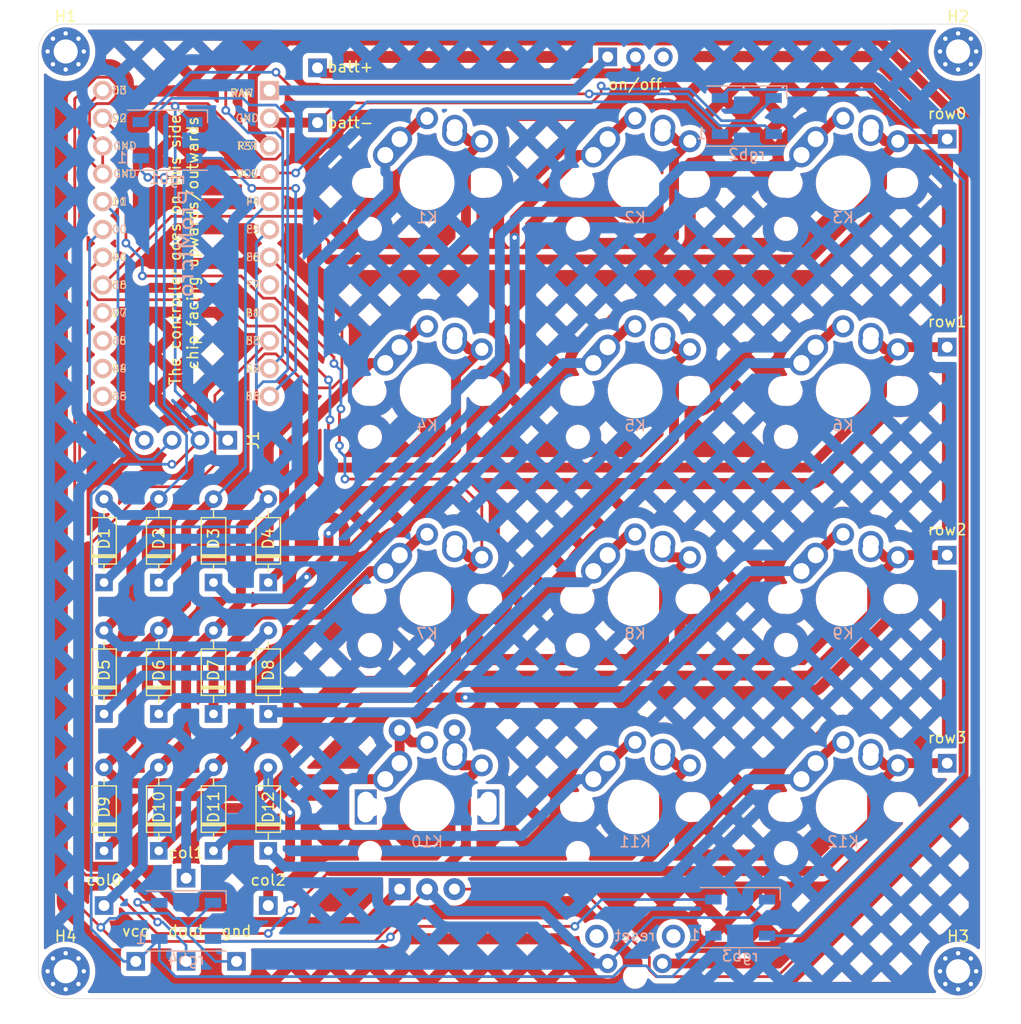
<source format=kicad_pcb>
(kicad_pcb (version 20211014) (generator pcbnew)
  (layers (0 "F.Cu" signal) (31 "B.Cu" signal) (34 "B.Paste" user) (35 "F.Paste" user) (36 "B.SilkS" user "B.Silkscreen") (37 "F.SilkS" user "F.Silkscreen") (38 "B.Mask" user) (39 "F.Mask" user) (44 "Edge.Cuts" user))
  (net 0 "")
  (net 1 "GND")
  (net 2 "Net-(SWbatt1-Pad2)")
  (net 3 "col0")
  (net 4 "col1")
  (net 5 "col2")
  (net 6 "Net-(D1-Pad1)")
  (net 7 "Net-(D2-Pad1)")
  (net 8 "Net-(D3-Pad1)")
  (net 9 "Net-(D4-Pad1)")
  (net 10 "Net-(D5-Pad1)")
  (net 11 "Net-(D6-Pad1)")
  (net 12 "Net-(D7-Pad1)")
  (net 13 "Net-(D8-Pad1)")
  (net 14 "Net-(D9-Pad1)")
  (net 15 "Net-(D10-Pad1)")
  (net 16 "Net-(D11-Pad1)")
  (net 17 "Net-(D12-Pad1)")
  (net 18 "encA")
  (net 19 "encB")
  (net 20 "row3")
  (net 21 "sda")
  (net 22 "scl")
  (net 23 "VCC")
  (net 24 "row0")
  (net 25 "row1")
  (net 26 "row2")
  (net 27 "rst")
  (net 30 "rgb")
  (net 35 "Net-(SWbatt1-Pad1)")
  (net 36 "Net-(rgb1-Pad2)")
  (net 37 "Net-(rgb2-Pad2)")
  (net 38 "Net-(rgb3-Pad2)")
  (net 39 "Net-(rgb4-Pad2)")
  (footprint "Connector_PinSocket_2.54mm:PinSocket_1x01_P2.54mm_Vertical" (layer "F.Cu") (at 149.5 35)
    (fp_text reference "batt-")
    (fp_text value "TestPoint")
  )
  (footprint "Connector_PinSocket_2.54mm:PinSocket_1x01_P2.54mm_Vertical" (layer "F.Cu") (at 149.5 30)
    (fp_text reference "batt+")
    (fp_text value "TestPoint")
  )
  (footprint "Connector_PinHeader_2.54mm:PinHeader_1x01_P2.54mm_Vertical" (layer "F.Cu") (at 130 106.5)
    (fp_text reference "col0")
    (fp_text value "Conn_01x01_Male")
  )
  (footprint "Connector_PinHeader_2.54mm:PinHeader_1x01_P2.54mm_Vertical" (layer "F.Cu") (at 137.5 104)
    (fp_text reference "col1")
    (fp_text value "Conn_01x01_Male")
  )
  (footprint "Connector_PinHeader_2.54mm:PinHeader_1x01_P2.54mm_Vertical" (layer "F.Cu") (at 145 106.5)
    (fp_text reference "col2")
    (fp_text value "Conn_01x01_Male")
  )
  (footprint "Diode_THT:D_DO-35_SOD27_P7.62mm_Horizontal" (layer "F.Cu") (at 130 77 90)
    (fp_text reference "D1")
    (fp_text value "1N4148")
  )
  (footprint "Diode_THT:D_DO-35_SOD27_P7.62mm_Horizontal" (layer "F.Cu") (at 140 77 90)
    (fp_text reference "D3")
    (fp_text value "1N4148")
  )
  (footprint "Diode_THT:D_DO-35_SOD27_P7.62mm_Horizontal" (layer "F.Cu") (at 130 89 90)
    (fp_text reference "D5")
    (fp_text value "1N4148")
  )
  (footprint "Diode_THT:D_DO-35_SOD27_P7.62mm_Horizontal" (layer "F.Cu") (at 135 89 90)
    (fp_text reference "D6")
    (fp_text value "1N4148")
  )
  (footprint "Diode_THT:D_DO-35_SOD27_P7.62mm_Horizontal" (layer "F.Cu") (at 140 89 90)
    (fp_text reference "D7")
    (fp_text value "1N4148")
  )
  (footprint "Diode_THT:D_DO-35_SOD27_P7.62mm_Horizontal" (layer "F.Cu") (at 145 89 90)
    (fp_text reference "D8")
    (fp_text value "1N4148")
  )
  (footprint "Diode_THT:D_DO-35_SOD27_P7.62mm_Horizontal" (layer "F.Cu") (at 130 101.5 90)
    (fp_text reference "D9")
    (fp_text value "1N4148")
  )
  (footprint "Diode_THT:D_DO-35_SOD27_P7.62mm_Horizontal" (layer "F.Cu") (at 135 101.5 90)
    (fp_text reference "D10")
    (fp_text value "1N4148")
  )
  (footprint "Diode_THT:D_DO-35_SOD27_P7.62mm_Horizontal" (layer "F.Cu") (at 145 101.5 90)
    (fp_text reference "D12")
    (fp_text value "1N4148")
  )
  (footprint "Keebio-Parts:RotaryEncoder_EC11" (layer "F.Cu") (at 159.5 97.5 90)
    (fp_text reference "enc1")
    (fp_text value "Rotary_Encoder_Switch")
  )
  (footprint "Keebio-Parts:MX-Alps-Choc-1U-NoLED" (layer "F.Cu") (at 159.5 40.5)
    (fp_text reference "K1")
    (fp_text value "KEYSW")
  )
  (footprint "Keebio-Parts:MX-Alps-Choc-1U-NoLED" (layer "F.Cu") (at 178.5 40.5)
    (fp_text reference "K2")
    (fp_text value "KEYSW")
  )
  (footprint "Keebio-Parts:MX-Alps-Choc-1U-NoLED" (layer "F.Cu") (at 197.5 40.5)
    (fp_text reference "K3")
    (fp_text value "KEYSW")
  )
  (footprint "Keebio-Parts:MX-Alps-Choc-1U-NoLED" (layer "F.Cu") (at 159.5 59.5)
    (fp_text reference "K4")
    (fp_text value "KEYSW")
  )
  (footprint "Keebio-Parts:MX-Alps-Choc-1U-NoLED" (layer "F.Cu") (at 178.5 59.5)
    (fp_text reference "K5")
    (fp_text value "KEYSW")
  )
  (footprint "Keebio-Parts:MX-Alps-Choc-1U-NoLED" (layer "F.Cu") (at 197.5 59.5)
    (fp_text reference "K6")
    (fp_text value "KEYSW")
  )
  (footprint "Keebio-Parts:MX-Alps-Choc-1U-NoLED" (layer "F.Cu") (at 159.5 78.5)
    (fp_text reference "K7")
    (fp_text value "KEYSW")
  )
  (footprint "Keebio-Parts:MX-Alps-Choc-1U-NoLED" (layer "F.Cu") (at 178.5 78.5)
    (fp_text reference "K8")
    (fp_text value "KEYSW")
  )
  (footprint "Keebio-Parts:MX-Alps-Choc-1U-NoLED" (layer "F.Cu") (at 197.5 78.5)
    (fp_text reference "K9")
    (fp_text value "KEYSW")
  )
  (footprint "Keebio-Parts:MX-Alps-Choc-1U-NoLED" (layer "F.Cu") (at 159.5 97.5)
    (fp_text reference "K10")
    (fp_text value "KEYSW")
  )
  (footprint "Keebio-Parts:MX-Alps-Choc-1U-NoLED" (layer "F.Cu") (at 178.5 97.5)
    (fp_text reference "K11")
    (fp_text value "KEYSW")
  )
  (footprint "Keebio-Parts:MX-Alps-Choc-1U-NoLED" (layer "F.Cu") (at 197.5 97.5)
    (fp_text reference "K12")
    (fp_text value "KEYSW")
  )
  (footprint "Connector_PinHeader_2.54mm:PinHeader_1x01_P2.54mm_Vertical" (layer "F.Cu") (at 207 36.5)
    (fp_text reference "row0")
    (fp_text value "Conn_01x01_Male")
  )
  (footprint "Connector_PinHeader_2.54mm:PinHeader_1x01_P2.54mm_Vertical" (layer "F.Cu") (at 207 55.5)
    (fp_text reference "row1")
    (fp_text value "Conn_01x01_Male")
  )
  (footprint "Connector_PinHeader_2.54mm:PinHeader_1x01_P2.54mm_Vertical" (layer "F.Cu") (at 207 74.5)
    (fp_text reference "row2")
    (fp_text value "Conn_01x01_Male")
  )
  (footprint "Connector_PinHeader_2.54mm:PinHeader_1x01_P2.54mm_Vertical" (layer "F.Cu") (at 207 93.5)
    (fp_text reference "row3")
    (fp_text value "Conn_01x01_Male")
  )
  (footprint "Connector_PinHeader_2.54mm:PinHeader_1x03_P2.54mm_Vertical" (layer "F.Cu") (at 176 29 90)
    (fp_text reference "on/off")
    (fp_text value "SW_DIP_x01")
  )
  (footprint "Keebio-Parts:SW_Tactile_SPST_Angled_MJTP1117" (layer "F.Cu") (at 181 111.79 180)
    (fp_text reference "reset")
    (fp_text value "SW_PUSH")
  )
  (footprint "Diode_THT:D_DO-35_SOD27_P7.62mm_Horizontal" (layer "F.Cu") (at 135 77 90)
    (fp_text reference "D2")
    (fp_text value "1N4148")
  )
  (footprint "Diode_THT:D_DO-35_SOD27_P7.62mm_Horizontal" (layer "F.Cu") (at 145 77 90)
    (fp_text reference "D4")
    (fp_text value "1N4148")
  )
  (footprint "Diode_THT:D_DO-35_SOD27_P7.62mm_Horizontal" (layer "F.Cu") (at 140 101.5 90)
    (fp_text reference "D11")
    (fp_text value "1N4148")
  )
  (footprint "MountingHole:MountingHole_2.2mm_M2_Pad_Via" (layer "F.Cu") (at 126.5 28.5)
    (fp_text reference "H1")
    (fp_text value "MountingHole")
  )
  (footprint "MountingHole:MountingHole_2.2mm_M2_Pad_Via" (layer "F.Cu") (at 208 28.5)
    (fp_text reference "H2")
    (fp_text value "MountingHole")
  )
  (footprint "MountingHole:MountingHole_2.2mm_M2_Pad_Via" (layer "F.Cu") (at 208 112.5)
    (fp_text reference "H3")
    (fp_text value "MountingHole")
  )
  (footprint "MountingHole:MountingHole_2.2mm_M2_Pad_Via" (layer "F.Cu") (at 126.5 112.5)
    (fp_text reference "H4")
    (fp_text value "MountingHole")
  )
  (footprint "Connector_PinSocket_2.54mm:PinSocket_1x01_P2.54mm_Vertical" (layer "F.Cu") (at 132.9 111.6)
    (fp_text reference "vcc")
    (fp_text value "TestPoint")
  )
  (footprint "Connector_PinSocket_2.54mm:PinSocket_1x01_P2.54mm_Vertical" (layer "F.Cu") (at 137.5 111.6)
    (fp_text reference "dout")
    (fp_text value "TestPoint")
  )
  (footprint "Connector_PinHeader_2.54mm:PinHeader_1x04_P2.54mm_Vertical" (layer "F.Cu") (at 141.3 64 -90)
    (fp_text reference "J1")
    (fp_text value "oled")
  )
  (footprint "Connector_PinSocket_2.54mm:PinSocket_1x01_P2.54mm_Vertical" (layer "F.Cu") (at 142.1 111.6)
    (fp_text reference "gnd")
    (fp_text value "TestPoint")
  )
  (footprint "canadian_footprints:Pro_Micro" (layer "B.Cu") (at 137.5 44.5 180)
    (fp_text reference "U1")
    (fp_text value "ProMicro")
  )
  (footprint "LED_SMD:LED_WS2812B_PLCC4_5.0x5.0mm_P3.2mm" (layer "B.Cu") (at 188.7 34.4)
    (fp_text reference "rgb2")
    (fp_text value "WS2812B")
  )
  (footprint "LED_SMD:LED_WS2812B_PLCC4_5.0x5.0mm_P3.2mm" (layer "B.Cu") (at 137.5 107.9)
    (fp_text reference "rgb4")
    (fp_text value "WS2812B")
  )
  (footprint "LED_SMD:LED_WS2812B_PLCC4_5.0x5.0mm_P3.2mm" (layer "B.Cu") (at 188.1 107.6)
    (fp_text reference "rgb3")
    (fp_text value "WS2812B")
  )
  (footprint "LED_SMD:LED_WS2812B_PLCC4_5.0x5.0mm_P3.2mm" (layer "B.Cu") (at 135.8 36.6)
    (fp_text reference "rgb1")
    (fp_text value "WS2812B")
  )
  (gr_line (start 126.5 115) (end 208 115) (layer "Edge.Cuts") (width 0.05))
  (gr_line (start 210.5 112.5) (end 210.5 28.5) (layer "Edge.Cuts") (width 0.05))
  (gr_line (start 208 26) (end 126.5 26) (layer "Edge.Cuts") (width 0.05))
  (gr_line (start 124 28.5) (end 124 112.5) (layer "Edge.Cuts") (width 0.05))
  (gr_arc (start 126.5 115) (mid 124.732233 114.267767) (end 124 112.5) (layer "Edge.Cuts") (width 0.05))
  (gr_arc (start 124 28.5) (mid 124.732233 26.732233) (end 126.5 26) (layer "Edge.Cuts") (width 0.05))
  (gr_arc (start 210.5 112.5) (mid 209.767767 114.267767) (end 208 115) (layer "Edge.Cuts") (width 0.05))
  (gr_arc (start 208 26) (mid 209.767767 26.732233) (end 210.5 28.5) (layer "Edge.Cuts") (width 0.05))
  (gr_text "The controller goes on this side, \nchip facing upwards/outwards" (at 137.3 46 90) (layer "F.SilkS") (effects (font (size 1 1))))
  (segment (start 129.707499 108.492501) (end 127.32498 106.109982) (width 0.25) (layer "F.Cu") (net 1))
  (segment (start 174.500805 33.2) (end 151.3 33.2) (width 0.25) (layer "F.Cu") (net 1))
  (segment (start 144.543375 38.335301) (end 145.696625 38.335301) (width 0.25) (layer "F.Cu") (net 1))
  (segment (start 128.678699 35.932699) (end 129.88 37.134) (width 0.25) (layer "F.Cu") (net 1))
  (segment (start 130.456625 30.852699) (end 131.081301 31.477375) (width 0.25) (layer "F.Cu") (net 1))
  (segment (start 145.502602 34.594) (end 145.12 34.594) (width 0.9) (layer "F.Cu") (net 1))
  (segment (start 131.081301 32.630625) (end 130.456625 33.255301) (width 0.25) (layer "F.Cu") (net 1))
  (segment (start 175.4 31.651) (end 175.4 32.300805) (width 0.25) (layer "F.Cu") (net 1))
  (segment (start 175.4 32.300805) (end 174.500805 33.2) (width 0.25) (layer "F.Cu") (net 1))
  (segment (start 129.303375 30.852699) (end 130.456625 30.852699) (width 0.25) (layer "F.Cu") (net 1))
  (segment (start 130.99 109.775002) (end 129.707499 108.492501) (width 0.25) (layer "F.Cu") (net 1))
  (segment (start 130.456625 33.255301) (end 129.315109 33.255301) (width 0.25) (layer "F.Cu") (net 1))
  (segment (start 159.5 105) (end 154.724998 109.775002) (width 0.25) (layer "F.Cu") (net 1))
  (segment (start 139.463375 33.255301) (end 144.543375 38.335301) (width 0.25) (layer "F.Cu") (net 1))
  (segment (start 136.744699 33.255301) (end 139.463375 33.255301) (width 0.25) (layer "F.Cu") (net 1))
  (segment (start 151.3 33.2) (end 149.5 35) (width 0.25) (layer "F.Cu") (net 1))
  (segment (start 129.315109 33.255301) (end 128.678699 33.891711) (width 0.25) (layer "F.Cu") (net 1))
  (segment (start 127.32498 106.109982) (end 127.32498 32.831094) (width 0.25) (layer "F.Cu") (net 1))
  (segment (start 131.081301 31.477375) (end 131.081301 32.630625) (width 0.25) (layer "F.Cu") (net 1))
  (segment (start 146.321301 35.795301) (end 145.12 34.594) (width 0.25) (layer "F.Cu") (net 1))
  (segment (start 127.32498 32.831094) (end 129.303375 30.852699) (width 0.25) (layer "F.Cu") (net 1))
  (segment (start 146.321301 37.710625) (end 146.321301 35.795301) (width 0.25) (layer "F.Cu") (net 1))
  (segment (start 145.696625 38.335301) (end 146.321301 37.710625) (width 0.25) (layer "F.Cu") (net 1))
  (segment (start 129.88 37.134) (end 129.88 39.674) (width 0.25) (layer "F.Cu") (net 1))
  (segment (start 145.526 35) (end 145.12 34.594) (width 0.9) (layer "F.Cu") (net 1))
  (segment (start 128.678699 33.891711) (end 128.678699 35.932699) (width 0.25) (layer "F.Cu") (net 1))
  (segment (start 136.744699 33.255301) (end 136.5 33.5) (width 0.25) (layer "F.Cu") (net 1))
  (segment (start 149.5 35) (end 145.526 35) (width 0.9) (layer "F.Cu") (net 1))
  (segment (start 128.224999 34.345411) (end 129.315109 33.255301) (width 0.25) (layer "F.Cu") (net 1))
  (segment (start 129.88 39.674) (end 128.224999 38.018999) (width 0.25) (layer "F.Cu") (net 1))
  (segment (start 154.724998 109.775002) (end 130.99 109.775002) (width 0.25) (layer "F.Cu") (net 1))
  (segment (start 128.224999 38.018999) (end 128.224999 34.345411) (width 0.25) (layer "F.Cu") (net 1))
  (segment (start 129.315109 33.255301) (end 136.744699 33.255301) (width 0.25) (layer "F.Cu") (net 1))
  (via (at 136.5 33.5) (size 0.8) (drill 0.4) (layers "F.Cu" "B.Cu") (net 1))
  (via (at 175.4 31.651) (size 0.8) (drill 0.4) (layers "F.Cu" "B.Cu") (net 1))
  (via (at 129.707499 108.492501) (size 0.8) (drill 0.4) (layers "F.Cu" "B.Cu") (net 1))
  (segment (start 180.19 107.6) (end 176 111.79) (width 0.25) (layer "B.Cu") (net 1))
  (segment (start 171.472564 108.472564) (end 170 107) (width 0.9) (layer "B.Cu") (net 1))
  (segment (start 141.3 64) (end 141 64) (width 0.25) (layer "B.Cu") (net 1))
  (segment (start 136.325 107.675) (end 135.85 107.2) (width 0.25) (layer "B.Cu") (net 1))
  (segment (start 137.707499 108.492501) (end 136.889998 107.675) (width 0.25) (layer "B.Cu") (net 1))
  (segment (start 140.15 111.6) (end 137.707499 109.157499) (width 0.25) (layer "B.Cu") (net 1))
  (segment (start 138.25 34.95) (end 137.95 34.95) (width 0.25) (layer "B.Cu") (net 1))
  (segment (start 136.889998 107.675) (end 136.325 107.675) (width 0.25) (layer "B.Cu") (net 1))
  (segment (start 190.55 105.95) (end 188.9 107.6) (width 0.25) (layer "B.Cu") (net 1))
  (segment (start 183.486896 31.9255) (end 175.6745 31.9255) (width 0.25) (layer "B.Cu") (net 1))
  (segment (start 171.472564 108.5) (end 171.472564 108.472564) (width 0.9) (layer "B.Cu") (net 1))
  (segment (start 188.9 107.6) (end 180.19 107.6) (width 0.25) (layer "B.Cu") (net 1))
  (segment (start 142.1 111.6) (end 140.15 111.6) (width 0.25) (layer "B.Cu") (net 1))
  (segment (start 186.386396 34.825) (end 183.486896 31.9255) (width 0.25) (layer "B.Cu") (net 1))
  (segment (start 131.175 107.675) (end 130.525 107.675) (width 0.25) (layer "B.Cu") (net 1))
  (segment (start 131.65 107.2) (end 131.175 107.675) (width 0.25) (layer "B.Cu") (net 1))
  (segment (start 174.762564 111.79) (end 171.472564 108.5) (width 0.9) (layer "B.Cu") (net 1))
  (segment (start 175.6745 31.9255) (end 175.4 31.651) (width 0.25) (layer "B.Cu") (net 1))
  (segment (start 135.85 107.2) (end 131.65 107.2) (width 0.25) (layer "B.Cu") (net 1))
  (segment (start 189.075 34.825) (end 189 34.825) (width 0.25) (layer "B.Cu") (net 1))
  (segment (start 137.707499 109.157499) (end 137.707499 108.492501) (width 0.25) (layer "B.Cu") (net 1))
  (segment (start 136.5 33.5) (end 136.5 59.5) (width 0.25) (layer "B.Cu") (net 1))
  (segment (start 137.95 34.95) (end 136.5 33.5) (width 0.25) (layer "B.Cu") (net 1))
  (segment (start 191.15 32.75) (end 189.075 34.825) (width 0.25) (layer "B.Cu") (net 1))
  (segment (start 170 107) (end 161.5 107) (width 0.9) (layer "B.Cu") (net 1))
  (segment (start 189 34.825) (end 186.386396 34.825) (width 0.25) (layer "B.Cu") (net 1))
  (segment (start 176 111.79) (end 174.762564 111.79) (width 0.9) (layer "B.Cu") (net 1))
  (segment (start 130.525 107.675) (end 129.707499 108.492501) (width 0.25) (layer "B.Cu") (net 1))
  (segment (start 139.95 106.25) (end 137.707499 108.492501) (width 0.25) (layer "B.Cu") (net 1))
  (segment (start 161.5 107) (end 159.5 105) (width 0.9) (layer "B.Cu") (net 1))
  (segment (start 141 64) (end 136.5 59.5) (width 0.25) (layer "B.Cu") (net 1))
  (segment (start 178.24208 30.500001) (end 150.000001 30.500001) (width 0.9) (layer "F.Cu") (net 2))
  (segment (start 150.000001 30.500001) (end 149.5 30) (width 0.9) (layer "F.Cu") (net 2))
  (segment (start 178.54 29) (end 178.54 30.202081) (width 0.9) (layer "F.Cu") (net 2))
  (segment (start 178.54 30.202081) (end 178.24208 30.500001) (width 0.9) (layer "F.Cu") (net 2))
  (segment (start 145.12 47.294) (end 151.725001 53.899001) (width 0.25) (layer "F.Cu") (net 3))
  (segment (start 143.918699 56.877375) (end 143.918699 68.298699) (width 0.25) (layer "F.Cu") (net 3))
  (segment (start 144.680773 56.115301) (end 143.918699 56.877375) (width 0.25) (layer "F.Cu") (net 3))
  (segment (start 150.848001 59.225001) (end 148.806325 59.225001) (width 0.25) (layer "F.Cu") (net 3))
  (segment (start 151.725001 58.348001) (end 150.848001 59.225001) (width 0.25) (layer "F.Cu") (net 3))
  (segment (start 142.5 71.88) (end 142.5 78.88) (width 0.9) (layer "F.Cu") (net 3))
  (segment (start 137.5 83.88) (end 137.5 91.38) (width 0.9) (layer "F.Cu") (net 3))
  (segment (start 142.5 78.88) (end 140 81.38) (width 0.9) (layer "F.Cu") (net 3))
  (segment (start 151.725001 53.899001) (end 151.725001 58.348001) (width 0.25) (layer "F.Cu") (net 3))
  (segment (start 137.5 91.38) (end 135 93.88) (width 0.9) (layer "F.Cu") (net 3))
  (segment (start 143.918699 68.298699) (end 145 69.38) (width 0.25) (layer "F.Cu") (net 3))
  (segment (start 148.806325 59.225001) (end 145.696625 56.115301) (width 0.25) (layer "F.Cu") (net 3))
  (segment (start 145 69.38) (end 142.5 71.88) (width 0.9) (layer "F.Cu") (net 3))
  (segment (start 145.696625 56.115301) (end 144.680773 56.115301) (width 0.25) (layer "F.Cu") (net 3))
  (segment (start 140 81.38) (end 137.5 83.88) (width 0.9) (layer "F.Cu") (net 3))
  (segment (start 133.549999 102.950001) (end 130 106.5) (width 0.9) (layer "B.Cu") (net 3))
  (segment (start 135 93.88) (end 133.549999 95.330001) (width 0.9) (layer "B.Cu") (net 3))
  (segment (start 131.450001 70.830001) (end 143.549999 70.830001) (width 0.9) (layer "B.Cu") (net 3))
  (segment (start 133.549999 95.330001) (end 133.549999 102.950001) (width 0.9) (layer "B.Cu") (net 3))
  (segment (start 143.549999 70.830001) (end 145 69.38) (width 0.9) (layer "B.Cu") (net 3))
  (segment (start 130 69.38) (end 131.450001 70.830001) (width 0.9) (layer "B.Cu") (net 3))
  (segment (start 135 69.38) (end 132.5 71.88) (width 0.9) (layer "F.Cu") (net 4))
  (segment (start 132.5 71.88) (end 132.5 78.88) (width 0.9) (layer "F.Cu") (net 4))
  (segment (start 145 81.38) (end 142.5 83.88) (width 0.9) (layer "F.Cu") (net 4))
  (segment (start 142.5 83.88) (end 142.5 91.38) (width 0.9) (layer "F.Cu") (net 4))
  (segment (start 142.5 91.38) (end 140 93.88) (width 0.9) (layer "F.Cu") (net 4))
  (segment (start 132.5 78.88) (end 130 81.38) (width 0.9) (layer "F.Cu") (net 4))
  (segment (start 136.151999 32.774999) (end 142.676323 32.774999) (width 0.25) (layer "B.Cu") (net 4))
  (segment (start 140 93.88) (end 137.5 96.38) (width 0.9) (layer "B.Cu") (net 4))
  (segment (start 143.918699 59.279977) (end 143.918699 45.955301) (width 0.25) (layer "B.Cu") (net 4))
  (segment (start 143.549999 82.830001) (end 145 81.38) (width 0.9) (layer "B.Cu") (net 4))
  (segment (start 143.918699 45.955301) (end 145.12 44.754) (width 0.25) (layer "B.Cu") (net 4))
  (segment (start 130 81.38) (end 131.450001 82.830001) (width 0.9) (layer "B.Cu") (net 4))
  (segment (start 134.774999 34.151999) (end 136.151999 32.774999) (width 0.25) (layer "B.Cu") (net 4))
  (segment (start 146.771311 57.580615) (end 145.696625 58.655301) (width 0.25) (layer "B.Cu") (net 4))
  (segment (start 146.771311 34.467385) (end 146.771311 57.580615) (width 0.25) (layer "B.Cu") (net 4))
  (segment (start 137.539999 66.840001) (end 137.539999 63.539999) (width 0.25) (layer "B.Cu") (net 4))
  (segment (start 134.774999 60.774999) (end 134.774999 34.151999) (width 0.25) (layer "B.Cu") (net 4))
  (segment (start 131.450001 82.830001) (end 143.549999 82.830001) (width 0.9) (layer "B.Cu") (net 4))
  (segment (start 135 69.38) (end 137.539999 66.840001) (width 0.25) (layer "B.Cu") (net 4))
  (segment (start 144.543375 58.655301) (end 143.918699 59.279977) (width 0.25) (layer "B.Cu") (net 4))
  (segment (start 137.539999 63.539999) (end 134.774999 60.774999) (width 0.25) (layer "B.Cu") (net 4))
  (segment (start 145.696625 33.392699) (end 146.771311 34.467385) (width 0.25) (layer "B.Cu") (net 4))
  (segment (start 143.294023 33.392699) (end 145.696625 33.392699) (width 0.25) (layer "B.Cu") (net 4))
  (segment (start 145.696625 58.655301) (end 144.543375 58.655301) (width 0.25) (layer "B.Cu") (net 4))
  (segment (start 137.5 96.38) (end 137.5 104) (width 0.9) (layer "B.Cu") (net 4))
  (segment (start 142.676323 32.774999) (end 143.294023 33.392699) (width 0.25) (layer "B.Cu") (net 4))
  (segment (start 130 93.88) (end 131.450001 95.330001) (width 0.9) (layer "F.Cu") (net 5))
  (segment (start 131.450001 95.330001) (end 143.549999 95.330001) (width 0.9) (layer "F.Cu") (net 5))
  (segment (start 143.549999 95.330001) (end 145 93.88) (width 0.9) (layer "F.Cu") (net 5))
  (segment (start 147 98) (end 147 102.270002) (width 0.9) (layer "F.Cu") (net 5))
  (segment (start 135 81.38) (end 132.5 83.88) (width 0.9) (layer "F.Cu") (net 5))
  (segment (start 137.5 71.88) (end 137.5 78.88) (width 0.9) (layer "F.Cu") (net 5))
  (segment (start 137.5 78.88) (end 135 81.38) (width 0.9) (layer "F.Cu") (net 5))
  (segment (start 140 69.38) (end 137.5 71.88) (width 0.9) (layer "F.Cu") (net 5))
  (segment (start 132.5 83.88) (end 132.5 91.38) (width 0.9) (layer "F.Cu") (net 5))
  (segment (start 145 104.270002) (end 145 106.5) (width 0.9) (layer "F.Cu") (net 5))
  (segment (start 132.5 91.38) (end 130 93.88) (width 0.9) (layer "F.Cu") (net 5))
  (segment (start 147 102.270002) (end 145 104.270002) (width 0.9) (layer "F.Cu") (net 5))
  (via (at 147 98) (size 0.8) (drill 0.4) (layers "F.Cu" "B.Cu") (net 5))
  (segment (start 142.917 44.417) (end 142.917 66.463) (width 0.25) (layer "B.Cu") (net 5))
  (segment (start 145 96) (end 147 98) (width 0.9) (layer "B.Cu") (net 5))
  (segment (start 142.917 66.463) (end 140 69.38) (width 0.25) (layer "B.Cu") (net 5))
  (segment (start 145 93.88) (end 145 96) (width 0.9) (layer "B.Cu") (net 5))
  (segment (start 145.12 42.214) (end 142.917 44.417) (width 0.25) (layer "B.Cu") (net 5))
  (segment (start 159.05 34.6) (end 155.69 37.96) (width 0.9) (layer "F.Cu") (net 6))
  (segment (start 159.5 34.6) (end 159.05 34.6) (width 0.9) (layer "F.Cu") (net 6))
  (segment (start 149.10001 48.076992) (end 149.10001 67.425992) (width 0.9) (layer "B.Cu") (net 6))
  (segment (start 155.945001 39.767999) (end 155.945001 41.232001) (width 0.9) (layer "B.Cu") (net 6))
  (segment (start 149.10001 67.425992) (end 143.526002 73) (width 0.9) (layer "B.Cu") (net 6))
  (segment (start 134 73) (end 130 77) (width 0.9) (layer "B.Cu") (net 6))
  (segment (start 155.69 39.512998) (end 155.945001 39.767999) (width 0.9) (layer "B.Cu") (net 6))
  (segment (start 155.945001 41.232001) (end 149.10001 48.076992) (width 0.9) (layer "B.Cu") (net 6))
  (segment (start 143.526002 73) (end 134 73) (width 0.9) (layer "B.Cu") (net 6))
  (segment (start 155.69 37.96) (end 155.69 39.512998) (width 0.9) (layer "B.Cu") (net 6))
  (segment (start 177.9 34.6) (end 176 36.5) (width 0.9) (layer "F.Cu") (net 7))
  (segment (start 167.5 43.779998) (end 167.5 45.5) (width 0.9) (layer "F.Cu") (net 7))
  (segment (start 178.5 34.6) (end 177.9 34.6) (width 0.9) (layer "F.Cu") (net 7))
  (segment (start 173.319998 37.96) (end 167.5 43.779998) (width 0.9) (layer "F.Cu") (net 7))
  (segment (start 174.69 37.96) (end 173.319998 37.96) (width 0.9) (layer "F.Cu") (net 7))
  (via (at 167.5 45.5) (size 0.8) (drill 0.4) (layers "F.Cu" "B.Cu") (net 7))
  (segment (start 167.5 59.220002) (end 152.619992 74.10001) (width 0.9) (layer "B.Cu") (net 7))
  (segment (start 137.89999 74.10001) (end 135 77) (width 0.9) (layer "B.Cu") (net 7))
  (segment (start 152.619992 74.10001) (end 137.89999 74.10001) (width 0.9) (layer "B.Cu") (net 7))
  (segment (start 167.5 45.5) (end 167.5 59.220002) (width 0.9) (layer "B.Cu") (net 7))
  (segment (start 197.5 34.6) (end 196.9 34.6) (width 0.9) (layer "F.Cu") (net 8))
  (segment (start 150.5 74.5) (end 148.5 76.5) (width 0.9) (layer "F.Cu") (net 8))
  (segment (start 196.9 34.6) (end 195 36.5) (width 0.9) (layer "F.Cu") (net 8))
  (segment (start 150.5 72.5) (end 150.5 74.5) (width 0.9) (layer "F.Cu") (net 8))
  (via (at 148.5 76.5) (size 0.8) (drill 0.4) (layers "F.Cu" "B.Cu") (net 8))
  (via (at 150.5 72.5) (size 0.8) (drill 0.4) (layers "F.Cu" "B.Cu") (net 8))
  (segment (start 141.450001 78.450001) (end 140 77) (width 0.9) (layer "B.Cu") (net 8))
  (segment (start 168.30045 43.143901) (end 166.150001 45.29435) (width 0.9) (layer "B.Cu") (net 8))
  (segment (start 192.675001 38.974999) (end 182.847999 38.974999) (width 0.9) (layer "B.Cu") (net 8))
  (segment (start 148.5 76.5) (end 146.549999 78.450001) (width 0.9) (layer "B.Cu") (net 8))
  (segment (start 182.847999 38.974999) (end 181.143901 40.679097) (width 0.9) (layer "B.Cu") (net 8))
  (segment (start 164.667003 57.974999) (end 163.847999 57.974999) (width 0.9) (layer "B.Cu") (net 8))
  (segment (start 179.769073 43.143901) (end 168.30045 43.143901) (width 0.9) (layer "B.Cu") (net 8))
  (segment (start 193.69 37.96) (end 192.675001 38.974999) (width 0.9) (layer "B.Cu") (net 8))
  (segment (start 181.143901 40.679097) (end 181.143901 41.769073) (width 0.9) (layer "B.Cu") (net 8))
  (segment (start 146.549999 78.450001) (end 141.450001 78.450001) (width 0.9) (layer "B.Cu") (net 8))
  (segment (start 163.847999 57.974999) (end 162.143901 59.679097) (width 0.9) (layer "B.Cu") (net 8))
  (segment (start 181.143901 41.769073) (end 179.769073 43.143901) (width 0.9) (layer "B.Cu") (net 8))
  (segment (start 166.150001 56.492001) (end 164.667003 57.974999) (width 0.9) (layer "B.Cu") (net 8))
  (segment (start 162.143901 60.856099) (end 150.5 72.5) (width 0.9) (layer "B.Cu") (net 8))
  (segment (start 162.143901 59.679097) (end 162.143901 60.856099) (width 0.9) (layer "B.Cu") (net 8))
  (segment (start 166.150001 45.29435) (end 166.150001 56.492001) (width 0.9) (layer "B.Cu") (net 8))
  (segment (start 155.69 56.96) (end 154.319998 56.96) (width 0.9) (layer "F.Cu") (net 9))
  (segment (start 146.450001 75.549999) (end 145 77) (width 0.9) (layer "F.Cu") (net 9))
  (segment (start 154.319998 56.96) (end 146.450001 64.829997) (width 0.9) (layer "F.Cu") (net 9))
  (segment (start 159.5 53.6) (end 158.9 53.6) (width 0.9) (layer "F.Cu") (net 9))
  (segment (start 146.450001 64.829997) (end 146.450001 75.549999) (width 0.9) (layer "F.Cu") (net 9))
  (segment (start 158.9 53.6) (end 157 55.5) (width 0.9) (layer "F.Cu") (net 9))
  (segment (start 177.9 53.6) (end 176 55.5) (width 0.9) (layer "F.Cu") (net 10))
  (segment (start 178.5 53.6) (end 177.9 53.6) (width 0.9) (layer "F.Cu") (net 10))
  (segment (start 143.372998 85.5) (end 133.5 85.5) (width 0.9) (layer "B.Cu") (net 10))
  (segment (start 174.69 56.96) (end 171.912998 56.96) (width 0.9) (layer "B.Cu") (net 10))
  (segment (start 171.912998 56.96) (end 143.372998 85.5) (width 0.9) (layer "B.Cu") (net 10))
  (segment (start 133.5 85.5) (end 130 89) (width 0.9) (layer "B.Cu") (net 10))
  (segment (start 197.5 53.6) (end 196.9 53.6) (width 0.9) (layer "F.Cu") (net 11))
  (segment (start 196.9 53.6) (end 195 55.5) (width 0.9) (layer "F.Cu") (net 11))
  (segment (start 188.760002 56.96) (end 158.170003 87.549999) (width 0.9) (layer "B.Cu") (net 11))
  (segment (start 193.69 56.96) (end 188.760002 56.96) (width 0.9) (layer "B.Cu") (net 11))
  (segment (start 136.450001 87.549999) (end 135 89) (width 0.9) (layer "B.Cu") (net 11))
  (segment (start 158.170003 87.549999) (end 136.450001 87.549999) (width 0.9) (layer "B.Cu") (net 11))
  (segment (start 144.303999 79.929999) (end 140 84.233998) (width 0.9) (layer "F.Cu") (net 12))
  (segment (start 154.319998 75.96) (end 150.349999 79.929999) (width 0.9) (layer "F.Cu") (net 12))
  (segment (start 150.349999 79.929999) (end 144.303999 79.929999) (width 0.9) (layer "F.Cu") (net 12))
  (segment (start 159.05 72.6) (end 155.69 75.96) (width 0.9) (layer "F.Cu") (net 12))
  (segment (start 140 84.233998) (end 140 89) (width 0.9) (layer "F.Cu") (net 12))
  (segment (start 159.5 72.6) (end 159.05 72.6) (width 0.9) (layer "F.Cu") (net 12))
  (segment (start 155.69 75.96) (end 154.319998 75.96) (width 0.9) (layer "F.Cu") (net 12))
  (segment (start 178.5 72.6) (end 177.9 72.6) (width 0.9) (layer "F.Cu") (net 13))
  (segment (start 177.9 72.6) (end 176 74.5) (width 0.9) (layer "F.Cu") (net 13))
  (segment (start 145.150001 88.849999) (end 145 89) (width 0.9) (layer "B.Cu") (net 13))
  (segment (start 158.425651 88.849999) (end 145.150001 88.849999) (width 0.9) (layer "B.Cu") (net 13))
  (segment (start 174.025001 76.974999) (end 170.300651 76.974999) (width 0.9) (layer "B.Cu") (net 13))
  (segment (start 174.69 75.96) (end 174.69 76.31) (width 0.9) (layer "B.Cu") (net 13))
  (segment (start 174.69 76.31) (end 174.025001 76.974999) (width 0.9) (layer "B.Cu") (net 13))
  (segment (start 170.300651 76.974999) (end 158.425651 88.849999) (width 0.9) (layer "B.Cu") (net 13))
  (segment (start 197.5 72.6) (end 196.9 72.6) (width 0.9) (layer "F.Cu") (net 14))
  (segment (start 135 96.5) (end 130 101.5) (width 0.9) (layer "F.Cu") (net 14))
  (segment (start 196.9 72.6) (end 195 74.5) (width 0.9) (layer "F.Cu") (net 14))
  (segment (start 163 87.5) (end 153.526002 87.5) (width 0.9) (layer "F.Cu") (net 14))
  (segment (start 144.526002 96.5) (end 135 96.5) (width 0.9) (layer "F.Cu") (net 14))
  (segment (start 153.526002 87.5) (end 144.526002 96.5) (width 0.9) (layer "F.Cu") (net 14))
  (via (at 163 87.5) (size 0.8) (drill 0.4) (layers "F.Cu" "B.Cu") (net 14))
  (segment (start 193.69 75.96) (end 188.760002 75.96) (width 0.9) (layer "B.Cu") (net 14))
  (segment (start 177.220002 87.5) (end 163 87.5) (width 0.9) (layer "B.Cu") (net 14))
  (segment (start 188.760002 75.96) (end 177.220002 87.5) (width 0.9) (layer "B.Cu") (net 14))
  (segment (start 155.69 94.96) (end 147.62165 94.96) (width 0.9) (layer "F.Cu") (net 15))
  (segment (start 144.981641 97.60001) (end 138.89999 97.60001) (width 0.9) (layer "F.Cu") (net 15))
  (segment (start 138.89999 97.60001) (end 135 101.5) (width 0.9) (layer "F.Cu") (net 15))
  (segment (start 158.1 91.6) (end 157 90.5) (width 0.9) (layer "F.Cu") (net 15))
  (segment (start 157 90.5) (end 157 93.65) (width 0.9) (layer "F.Cu") (net 15))
  (segment (start 147.62165 94.96) (end 144.981641 97.60001) (width 0.9) (layer "F.Cu") (net 15))
  (segment (start 157 93.65) (end 155.69 94.96) (width 0.9) (layer "F.Cu") (net 15))
  (segment (start 159.5 91.6) (end 158.1 91.6) (width 0.9) (layer "F.Cu") (net 15))
  (segment (start 178.05 91.6) (end 174.69 94.96) (width 0.9) (layer "F.Cu") (net 16))
  (segment (start 178.5 91.6) (end 178.05 91.6) (width 0.9) (layer "F.Cu") (net 16))
  (segment (start 141.450001 100.049999) (end 158.137025 100.049999) (width 0.9) (layer "B.Cu") (net 16))
  (segment (start 158.137025 100.049999) (end 158.230927 100.143901) (width 0.9) (layer "B.Cu") (net 16))
  (segment (start 140 101.5) (end 141.450001 100.049999) (width 0.9) (layer "B.Cu") (net 16))
  (segment (start 158.230927 100.143901) (end 168.136097 100.143901) (width 0.9) (layer "B.Cu") (net 16))
  (segment (start 168.136097 100.143901) (end 173.319998 94.96) (width 0.9) (layer "B.Cu") (net 16))
  (segment (start 173.319998 94.96) (end 174.69 94.96) (width 0.9) (layer "B.Cu") (net 16))
  (segment (start 197.5 91.6) (end 196.9 91.6) (width 0.9) (layer "F.Cu") (net 17))
  (segment (start 196.9 91.6) (end 195 93.5) (width 0.9) (layer "F.Cu") (net 17))
  (segment (start 193.69 94.96) (end 188.760002 94.96) (width 0.9) (layer "B.Cu") (net 17))
  (segment (start 188.760002 94.96) (end 180.770001 102.950001) (width 0.9) (layer "B.Cu") (net 17))
  (segment (start 146.450001 102.950001) (end 145 101.5) (width 0.9) (layer "B.Cu") (net 17))
  (segment (start 180.770001 102.950001) (end 146.450001 102.950001) (width 0.9) (layer "B.Cu") (net 17))
  (segment (start 136.370001 108.000001) (end 131.320001 102.950001) (width 0.9) (layer "F.Cu") (net 18))
  (segment (start 140.125 59.909) (end 140.125 66.230002) (width 0.25) (layer "F.Cu") (net 18))
  (segment (start 138.100003 68.254999) (end 133.978999 68.254999) (width 0.25) (layer "F.Cu") (net 18))
  (segment (start 153.999999 108.000001) (end 136.370001 108.000001) (width 0.9) (layer "F.Cu") (net 18))
  (segment (start 128.679999 102.950001) (end 128.549999 102.820001) (width 0.9) (layer "F.Cu") (net 18))
  (segment (start 133.978999 68.254999) (end 128.549999 73.683999) (width 0.25) (layer "F.Cu") (net 18))
  (segment (start 145.12 54.914) (end 140.125 59.909) (width 0.25) (layer "F.Cu") (net 18))
  (segment (start 157 105) (end 153.999999 108.000001) (width 0.9) (layer "F.Cu") (net 18))
  (segment (start 128.549999 102.820001) (end 128.549999 73.683999) (width 0.9) (layer "F.Cu") (net 18))
  (segment (start 131.320001 102.950001) (end 128.679999 102.950001) (width 0.9) (layer "F.Cu") (net 18))
  (segment (start 140.125 66.230002) (end 138.100003 68.254999) (width 0.25) (layer "F.Cu") (net 18))
  (segment (start 209.275011 95.19102) (end 209.275011 34.80898) (width 0.25) (layer "F.Cu") (net 19))
  (segment (start 141.11669 32.038679) (end 141.11669 33.88331) (width 0.25) (layer "F.Cu") (net 19))
  (segment (start 201.191017 26.724987) (end 146.430382 26.724987) (width 0.25) (layer "F.Cu") (net 19))
  (segment (start 191.47603 112.990001) (end 209.275011 95.19102) (width 0.25) (layer "F.Cu") (net 19))
  (segment (start 162 105) (end 173.586 105) (width 0.25) (layer "F.Cu") (net 19))
  (segment (start 146.430382 26.724987) (end 141.11669 32.038679) (width 0.25) (layer "F.Cu") (net 19))
  (segment (start 180.423999 112.990001) (end 191.47603 112.990001) (width 0.25) (layer "F.Cu") (net 19))
  (segment (start 173.586 105) (end 179.799999 111.213999) (width 0.25) (layer "F.Cu") (net 19))
  (segment (start 209.275011 34.80898) (end 201.191017 26.724987) (width 0.25) (layer "F.Cu") (net 19))
  (segment (start 179.799999 112.366001) (end 180.423999 112.990001) (width 0.25) (layer "F.Cu") (net 19))
  (segment (start 179.799999 111.213999) (end 179.799999 112.366001) (width 0.25) (layer "F.Cu") (net 19))
  (via (at 141.11669 33.88331) (size 0.8) (drill 0.4) (layers "F.Cu" "B.Cu") (net 19))
  (segment (start 141.11669 33.88331) (end 143.166079 35.932699) (width 0.25) (layer "B.Cu") (net 19))
  (segment (start 143.166079 35.932699) (end 145.696625 35.932699) (width 0.25) (layer "B.Cu") (net 19))
  (segment (start 146.321301 36.557375) (end 146.321301 56.252699) (width 0.25) (layer "B.Cu") (net 19))
  (segment (start 145.696625 35.932699) (end 146.321301 36.557375) (width 0.25) (layer "B.Cu") (net 19))
  (segment (start 146.321301 56.252699) (end 145.12 57.454) (width 0.25) (layer "B.Cu") (net 19))
  (segment (start 163.054999 101.144999) (end 160.849999 103.349999) (width 0.9) (layer "F.Cu") (net 20))
  (segment (start 164.5 93.7) (end 162.7 93.7) (width 0.9) (layer "F.Cu") (net 20))
  (segment (start 200.143901 96.056099) (end 200.143901 98.769073) (width 0.9) (layer "F.Cu") (net 20))
  (segment (start 127.774989 103.14102) (end 127.774989 34.159011) (width 0.25) (layer "F.Cu") (net 20))
  (segment (start 182.32 93.7) (end 181.04 92.42) (width 0.9) (layer "F.Cu") (net 20))
  (segment (start 163.054999 95.145001) (end 163.054999 101.144999) (width 0.9) (layer "F.Cu") (net 20))
  (segment (start 145 109.050001) (end 134.835003 109.050001) (width 0.25) (layer "F.Cu") (net 20))
  (segment (start 200.143901 98.769073) (end 195.562975 103.349999) (width 0.9) (layer "F.Cu") (net 20))
  (segment (start 202.5 93.7) (end 200.143901 96.056099) (width 0.9) (layer "F.Cu") (net 20))
  (segment (start 201.32 93.7) (end 200.04 92.42) (width 0.9) (layer "F.Cu") (net 20))
  (segment (start 128.35898 103.725011) (end 127.774989 103.14102) (width 0.25) (layer "F.Cu") (net 20))
  (segment (start 195.562975 103.349999) (end 178.650001 103.349999) (width 0.9) (layer "F.Cu") (net 20))
  (segment (start 162 90.5) (end 162 93) (width 0.9) (layer "F.Cu") (net 20))
  (segment (start 183.5 93.7) (end 181.143901 96.056099) (width 0.9) (layer "F.Cu") (net 20))
  (segment (start 181.143901 96.056099) (end 181.143901 100.856099) (width 0.9) (layer "F.Cu") (net 20))
  (segment (start 181.143901 100.856099) (end 178.650001 103.349999) (width 0.9) (layer "F.Cu") (net 20))
  (segment (start 162.7 93.7) (end 162 93) (width 0.9) (layer "F.Cu") (net 20))
  (segment (start 160.849999 103.349999) (end 150.650001 103.349999) (width 0.9) (layer "F.Cu") (net 20))
  (segment (start 164.5 93.7) (end 163.054999 95.145001) (width 0.9) (layer "F.Cu") (net 20))
  (segment (start 202.7 93.5) (end 202.5 93.7) (width 0.9) (layer "F.Cu") (net 20))
  (segment (start 127.774989 34.159011) (end 129.88 32.054) (width 0.25) (layer "F.Cu") (net 20))
  (segment (start 178.650001 103.349999) (end 160.849999 103.349999) (width 0.9) (layer "F.Cu") (net 20))
  (segment (start 129.510013 103.725011) (end 128.35898 103.725011) (width 0.25) (layer "F.Cu") (net 20))
  (segment (start 150.650001 103.349999) (end 150.600002 103.349999) (width 0.25) (layer "F.Cu") (net 20))
  (segment (start 207 93.5) (end 202.7 93.5) (width 0.9) (layer "F.Cu") (net 20))
  (segment (start 183.5 93.7) (end 182.32 93.7) (width 0.9) (layer "F.Cu") (net 20))
  (segment (start 202.5 93.7) (end 201.32 93.7) (width 0.9) (layer "F.Cu") (net 20))
  (segment (start 150.600002 103.349999) (end 147 106.950001) (width 0.25) (layer "F.Cu") (net 20))
  (segment (start 134.835003 109.050001) (end 129.510013 103.725011) (width 0.25) (layer "F.Cu") (net 20))
  (via (at 147 106.950001) (size 0.8) (drill 0.4) (layers "F.Cu" "B.Cu") (net 20))
  (via (at 145 109.050001) (size 0.8) (drill 0.4) (layers "F.Cu" "B.Cu") (net 20))
  (segment (start 145.5 108.450001) (end 145.5 108.550001) (width 0.25) (layer "B.Cu") (net 20))
  (segment (start 145.5 108.550001) (end 145 109.050001) (width 0.25) (layer "B.Cu") (net 20))
  (segment (start 147 106.950001) (end 145.5 108.450001) (width 0.25) (layer "B.Cu") (net 20))
  (segment (start 133.68 64) (end 131.274999 61.594999) (width 0.25) (layer "B.Cu") (net 21))
  (segment (start 131.274999 43.608999) (end 129.88 42.214) (width 0.25) (layer "B.Cu") (net 21))
  (segment (start 131.274999 61.594999) (end 131.274999 43.608999) (width 0.25) (layer "B.Cu") (net 21))
  (segment (start 133.25 65.75) (end 128.678699 61.178699) (width 0.25) (layer "B.Cu") (net 22))
  (segment (start 136.22 64) (end 134.47 65.75) (width 0.25) (layer "B.Cu") (net 22))
  (segment (start 134.47 65.75) (end 133.25 65.75) (width 0.25) (layer "B.Cu") (net 22))
  (segment (start 128.678699 45.955301) (end 129.88 44.754) (width 0.25) (layer "B.Cu") (net 22))
  (segment (start 128.678699 61.178699) (end 128.678699 45.955301) (width 0.25) (layer "B.Cu") (net 22))
  (segment (start 135.5 40) (end 144.794 40) (width 0.25) (layer "F.Cu") (net 23))
  (segment (start 147.5 39.6) (end 145.194 39.6) (width 0.25) (layer "F.Cu") (net 23))
  (segment (start 134 40) (end 135.5 40) (width 0.25) (layer "F.Cu") (net 23))
  (segment (start 144.794 40) (end 145.12 39.674) (width 0.25) (layer "F.Cu") (net 23))
  (segment (start 136.56 66.2) (end 138.76 64) (width 0.25) (layer "F.Cu") (net 23))
  (segment (start 145.194 39.6) (end 145.12 39.674) (width 0.25) (layer "F.Cu") (net 23))
  (segment (start 136.2 66.2) (end 136.56 66.2) (width 0.25) (layer "F.Cu") (net 23))
  (via (at 135.5 40) (size 0.8) (drill 0.4) (layers "F.Cu" "B.Cu") (net 23))
  (via (at 147.5 39.6) (size 0.8) (drill 0.4) (layers "F.Cu" "B.Cu") (net 23))
  (via (at 134 40) (size 0.8) (drill 0.4) (layers "F.Cu" "B.Cu") (net 23))
  (via (at 136.2 66.2) (size 0.8) (drill 0.4) (layers "F.Cu" "B.Cu") (net 23))
  (segment (start 154 33.1) (end 183.3 33.1) (width 0.25) (layer "B.Cu") (net 23))
  (segment (start 154 33.1) (end 147.5 39.6) (width 0.25) (layer "B.Cu") (net 23))
  (segment (start 131.789693 111.6) (end 128.825 108.635307) (width 0.25) (layer "B.Cu") (net 23))
  (segment (start 133.35 38.25) (end 133.35 39.35) (width 0.25) (layer "B.Cu") (net 23))
  (segment (start 128.825 68.964009) (end 131.589009 66.2) (width 0.25) (layer "B.Cu") (net 23))
  (segment (start 177.487057 112) (end 176.497057 112.99) (width 0.25) (layer "B.Cu") (net 23))
  (segment (start 135.5 60.74) (end 135.5 40) (width 0.25) (layer "B.Cu") (net 23))
  (segment (start 176.497057 112.99) (end 136.54 112.99) (width 0.25) (layer "B.Cu") (net 23))
  (segment (start 132.9 111.6) (end 133 111.6) (width 0.25) (layer "B.Cu") (net 23))
  (segment (start 138.76 64) (end 135.5 60.74) (width 0.25) (layer "B.Cu") (net 23))
  (segment (start 133 111.6) (end 135.05 109.55) (width 0.25) (layer "B.Cu") (net 23))
  (segment (start 135.05 111.5) (end 135.05 109.55) (width 0.25) (layer "B.Cu") (net 23))
  (segment (start 185.65 109.25) (end 181.91 112.99) (width 0.25) (layer "B.Cu") (net 23))
  (segment (start 133.35 39.35) (end 134 40) (width 0.25) (layer "B.Cu") (net 23))
  (segment (start 180.502943 112.99) (end 179.512943 112) (width 0.25) (layer "B.Cu") (net 23))
  (segment (start 132.9 111.6) (end 131.789693 111.6) (width 0.25) (layer "B.Cu") (net 23))
  (segment (start 186.25 36.05) (end 183.3 33.1) (width 0.25) (layer "B.Cu") (net 23))
  (segment (start 179.512943 112) (end 177.487057 112) (width 0.25) (layer "B.Cu") (net 23))
  (segment (start 128.825 108.635307) (end 128.825 68.964009) (width 0.25) (layer "B.Cu") (net 23))
  (segment (start 136.54 112.99) (end 135.05 111.5) (width 0.25) (layer "B.Cu") (net 23))
  (segment (start 181.91 112.99) (end 180.502943 112.99) (width 0.25) (layer "B.Cu") (net 23))
  (segment (start 131.589009 66.2) (end 136.2 66.2) (width 0.25) (layer "B.Cu") (net 23))
  (segment (start 183.5 36.7) (end 182.054999 38.145001) (width 0.9) (layer "F.Cu") (net 24))
  (segment (start 161.5 47.5) (end 150.5 47.5) (width 0.9) (layer "F.Cu") (net 24))
  (segment (start 148.236625 43.552699) (end 136.161301 43.552699) (width 0.25) (layer "F.Cu") (net 24))
  (segment (start 182.32 36.7) (end 181.04 35.42) (width 0.9) (layer "F.Cu") (net 24))
  (segment (start 202.5 36.7) (end 201.32 36.7) (width 0.9) (layer "F.Cu") (net 24))
  (segment (start 136.161301 43.552699) (end 129.88 49.834) (width 0.25) (layer "F.Cu") (net 24))
  (segment (start 183.5 36.7) (end 182.32 36.7) (width 0.9) (layer "F.Cu") (net 24))
  (segment (start 201.32 36.7) (end 200.04 35.42) (width 0.9) (layer "F.Cu") (net 24))
  (segment (start 163.054999 45.945001) (end 161.5 47.5) (width 0.9) (layer "F.Cu") (net 24))
  (segment (start 201.054999 38.145001) (end 201.054999 40.857975) (width 0.9) (layer "F.Cu") (net 24))
  (segment (start 207 36.5) (end 202.7 36.5) (width 0.9) (layer "F.Cu") (net 24))
  (segment (start 164.5 36.7) (end 163.32 36.7) (width 0.9) (layer "F.Cu") (net 24))
  (segment (start 180 47.5) (end 161.5 47.5) (width 0.9) (layer "F.Cu") (net 24))
  (segment (start 201.054999 40.857975) (end 194.412974 47.5) (width 0.9) (layer "F.Cu") (net 24))
  (segment (start 163.054999 38.145001) (end 163.054999 45.945001) (width 0.9) (layer "F.Cu") (net 24))
  (segment (start 163.32 36.7) (end 162.04 35.42) (width 0.9) (layer "F.Cu") (net 24))
  (segment (start 150.5 45.816074) (end 148.236625 43.552699) (width 0.25) (layer "F.Cu") (net 24))
  (segment (start 202.7 36.5) (end 202.5 36.7) (width 0.9) (layer "F.Cu") (net 24))
  (segment (start 194.412974 47.5) (end 180 47.5) (width 0.9) (layer "F.Cu") (net 24))
  (segment (start 182.054999 38.145001) (end 182.054999 45.445001) (width 0.9) (layer "F.Cu") (net 24))
  (segment (start 202.5 36.7) (end 201.054999 38.145001) (width 0.9) (layer "F.Cu") (net 24))
  (segment (start 182.054999 45.445001) (end 180 47.5) (width 0.9) (layer "F.Cu") (net 24))
  (segment (start 164.5 36.7) (end 163.054999 38.145001) (width 0.9) (layer "F.Cu") (net 24))
  (segment (start 150.5 47.5) (end 150.5 45.816074) (width 0.25) (layer "F.Cu") (net 24))
  (segment (start 164.5 55.7) (end 163.32 55.7) (width 0.9) (layer "F.Cu") (net 25))
  (segment (start 150.5 66.5) (end 150.5 62.264924) (width 0.25) (layer "F.Cu") (net 25))
  (segment (start 162.143901 64.856099) (end 160.5 66.5) (width 0.9) (layer "F.Cu") (net 25))
  (segment (start 129.440773 51.172699) (end 128.678699 50.410625) (width 0.25) (layer "F.Cu") (net 25))
  (segment (start 202.5 55.7) (end 201.054999 57.145001) (width 0.9) (layer "F.Cu") (net 25))
  (segment (start 182.054999 63.945001) (end 179.5 66.5) (width 0.9) (layer "F.Cu") (net 25))
  (segment (start 179.5 66.5) (end 160.5 66.5) (width 0.9) (layer "F.Cu") (net 25))
  (segment (start 140.722699 51.172699) (end 129.440773 51.172699) (width 0.25) (layer "F.Cu") (net 25))
  (segment (start 143.125301 53.575301) (end 140.722699 51.172699) (width 0.25) (layer "F.Cu") (net 25))
  (segment (start 183.5 55.7) (end 182.32 55.7) (width 0.9) (layer "F.Cu") (net 25))
  (segment (start 201.054999 59.857975) (end 194.412974 66.5) (width 0.9) (layer "F.Cu") (net 25))
  (segment (start 201.32 55.7) (end 200.04 54.42) (width 0.9) (layer "F.Cu") (net 25))
  (segment (start 160.5 66.5) (end 150.5 66.5) (width 0.9) (layer "F.Cu") (net 25))
  (segment (start 207 55.5) (end 202.7 55.5) (width 0.9) (layer "F.Cu") (net 25))
  (segment (start 183.5 55.7) (end 182.054999 57.145001) (width 0.9) (layer "F.Cu") (net 25))
  (segment (start 150.5 58.5) (end 145.575301 53.575301) (width 0.25) (layer "F.Cu") (net 25))
  (segment (start 182.32 55.7) (end 181.04 54.42) (width 0.9) (layer "F.Cu") (net 25))
  (segment (start 201.054999 57.145001) (end 201.054999 59.857975) (width 0.9) (layer "F.Cu") (net 25))
  (segment (start 128.678699 48.495301) (end 129.88 47.294) (width 0.25) (layer "F.Cu") (net 25))
  (segment (start 128.678699 50.410625) (end 128.678699 48.495301) (width 0.25) (layer "F.Cu") (net 25))
  (segment (start 145.575301 53.575301) (end 143.125301 53.575301) (width 0.25) (layer "F.Cu") (net 25))
  (segment (start 202.5 55.7) (end 201.32 55.7) (width 0.9) (layer "F.Cu") (net 25))
  (segment (start 194.412974 66.5) (end 179.5 66.5) (width 0.9) (layer "F.Cu") (net 25))
  (segment (start 182.054999 57.145001) (end 182.054999 63.945001) (width 0.9) (layer "F.Cu") (net 25))
  (segment (start 150.5 62.264924) (end 150.632462 62.132462) (width 0.25) (layer "F.Cu") (net 25))
  (segment (start 202.7 55.5) (end 202.5 55.7) (width 0.9) (layer "F.Cu") (net 25))
  (segment (start 163.32 55.7) (end 162.04 54.42) (width 0.9) (layer "F.Cu") (net 25))
  (segment (start 164.5 55.7) (end 162.143901 58.056099) (width 0.9) (layer "F.Cu") (net 25))
  (segment (start 162.143901 58.056099) (end 162.143901 64.856099) (width 0.9) (layer "F.Cu") (net 25))
  (via (at 150.632462 62.132462) (size 0.8) (drill 0.4) (layers "F.Cu" "B.Cu") (net 25))
  (via (at 150.5 58.5) (size 0.8) (drill 0.4) (layers "F.Cu" "B.Cu") (net 25))
  (segment (start 150.632462 62.132462) (end 150.632462 58.632462) (width 0.25) (layer "B.Cu") (net 25))
  (segment (start 150.632462 58.632462) (end 150.5 58.5) (width 0.25) (layer "B.Cu") (net 25))
  (segment (start 145.600986 51.035301) (end 144.543375 51.035301) (width 0.25) (layer "F.Cu") (net 26))
  (segment (start 181.143901 82.856099) (end 178.5 85.5) (width 0.9) (layer "F.Cu") (net 26))
  (segment (start 200.143901 77.056099) (end 200.143901 79.769073) (width 0.9) (layer "F.Cu") (net 26))
  (segment (start 132 36.714) (end 129.88 34.594) (width 0.25) (layer "F.Cu") (net 26))
  (segment (start 207 74.5) (end 202.7 74.5) (width 0.9) (layer "F.Cu") (net 26))
  (segment (start 194.412974 85.5) (end 178.5 85.5) (width 0.9) (layer "F.Cu") (net 26))
  (segment (start 164.5 74.7) (end 162.143901 77.056099) (width 0.9) (layer "F.Cu") (net 26))
  (segment (start 162.143901 83.856099) (end 160.5 85.5) (width 0.9) (layer "F.Cu") (net 26))
  (segment (start 151 57) (end 151 56.434315) (width 0.25) (layer "F.Cu") (net 26))
  (segment (start 162.05 67.55) (end 152 67.55) (width 0.25) (layer "F.Cu") (net 26))
  (segment (start 151.5 61.264924) (end 151.632462 61.132462) (width 0.25) (layer "F.Cu") (net 26))
  (segment (start 144.543375 51.035301) (end 142.508074 49) (width 0.25) (layer "F.Cu") (net 26))
  (segment (start 151 56.434315) (end 145.600986 51.035301) (width 0.25) (layer "F.Cu") (net 26))
  (segment (start 183.5 74.7) (end 181.143901 77.056099) (width 0.9) (layer "F.Cu") (net 26))
  (segment (start 201.32 74.7) (end 200.04 73.42) (width 0.9) (layer "F.Cu") (net 26))
  (segment (start 181.143901 77.056099) (end 181.143901 82.856099) (width 0.9) (layer "F.Cu") (net 26))
  (segment (start 178.5 85.5) (end 160.5 85.5) (width 0.9) (layer "F.Cu") (net 26))
  (segment (start 162.143901 77.056099) (end 162.143901 83.856099) (width 0.9) (layer "F.Cu") (net 26))
  (segment (start 202.5 74.7) (end 200.143901 77.056099) (width 0.9) (layer "F.Cu") (net 26))
  (segment (start 183.5 74.7) (end 181.7 74.7) (width 0.9) (layer "F.Cu") (net 26))
  (segment (start 132 46) (end 132 36.714) (width 0.25) (layer "F.Cu") (net 26))
  (segment (start 164.5 74.7) (end 163.32 74.7) (width 0.9) (layer "F.Cu") (net 26))
  (segment (start 202.5 74.7) (end 201.32 74.7) (width 0.9) (layer "F.Cu") (net 26))
  (segment (start 164.5 74.7) (end 164.5 70) (width 0.25) (layer "F.Cu") (net 26))
  (segment (start 164.5 70) (end 162.05 67.55) (width 0.25) (layer "F.Cu") (net 26))
  (segment (start 202.7 74.5) (end 202.5 74.7) (width 0.9) (layer "F.Cu") (net 26))
  (segment (start 151.5 64.5) (end 151.5 61.264924) (width 0.25) (layer "F.Cu") (net 26))
  (segment (start 181.7 74.7) (end 181 74) (width 0.9) (layer "F.Cu") (net 26))
  (segment (start 142.508074 49) (end 133.5 49) (width 0.25) (layer "F.Cu") (net 26))
  (segment (start 200.143901 79.769073) (end 194.412974 85.5) (width 0.9) (layer "F.Cu") (net 26))
  (segment (start 163.32 74.7) (end 162.04 73.42) (width 0.9) (layer "F.Cu") (net 26))
  (via (at 151 57) (size 0.8) (drill 0.4) (layers "F.Cu" "B.Cu") (net 26))
  (via (at 151.632462 61.132462) (size 0.8) (drill 0.4) (layers "F.Cu" "B.Cu") (net 26))
  (via (at 151.5 64.5) (size 0.8) (drill 0.4) (layers "F.Cu" "B.Cu") (net 26))
  (via (at 152 67.55) (size 0.8) (drill 0.4) (layers "F.Cu" "B.Cu") (net 26))
  (via (at 133.5 49) (size 0.8) (drill 0.4) (layers "F.Cu" "B.Cu") (net 26))
  (via (at 132 46) (size 0.8) (drill 0.4) (layers "F.Cu" "B.Cu") (net 26))
  (segment (start 151.632462 57.632462) (end 151 57) (width 0.25) (layer "B.Cu") (net 26))
  (segment (start 151.5 65) (end 151.5 64.5) (width 0.25) (layer "B.Cu") (net 26))
  (segment (start 151.632462 61.132462) (end 151.632462 57.632462) (width 0.25) (layer "B.Cu") (net 26))
  (segment (start 152 67.55) (end 152 65.5) (width 0.25) (layer "B.Cu") (net 26))
  (segment (start 152 65.5) (end 151.5 65) (width 0.25) (layer "B.Cu") (net 26))
  (segment (start 133.5 49) (end 133.5 47.5) (width 0.25) (layer "B.Cu") (net 26))
  (segment (start 133.5 47.5) (end 132 46) (width 0.25) (layer "B.Cu") (net 26))
  (segment (start 143.593699 30.657699) (end 143.593699 35.607699) (width 0.9) (layer "F.Cu") (net 27))
  (segment (start 146.751401 27.499997) (end 143.593699 30.657699) (width 0.9) (layer "F.Cu") (net 27))
  (segment (start 208.500001 94.870001) (end 208.500001 35.129999) (width 0.9) (layer "F.Cu") (net 27))
  (segment (start 181 111.79) (end 191.580002 111.79) (width 0.9) (layer "F.Cu") (net 27))
  (segment (start 200.869998 27.499997) (end 146.751401 27.499997) (width 0.9) (layer "F.Cu") (net 27))
  (segment (start 191.580002 111.79) (end 208.500001 94.870001) (width 0.9) (layer "F.Cu") (net 27))
  (segment (start 143.593699 35.607699) (end 145.12 37.134) (width 0.9) (layer "F.Cu") (net 27))
  (segment (start 208.500001 35.129999) (end 200.869998 27.499997) (width 0.9) (layer "F.Cu") (net 27))
  (segment (start 143.5 41) (end 147.5 41) (width 0.25) (layer "F.Cu") (net 30))
  (via (at 143.5 41) (size 0.8) (drill 0.4) (layers "F.Cu" "B.Cu") (net 30))
  (via (at 147.5 41) (size 0.8) (drill 0.4) (layers "F.Cu" "B.Cu") (net 30))
  (segment (start 140.75 38.25) (end 143.5 41) (width 0.25) (layer "B.Cu") (net 30))
  (segment (start 147.5 41) (end 147.5 57.614) (width 0.25) (layer "B.Cu") (net 30))
  (segment (start 147.5 57.614) (end 145.12 59.994) (width 0.25) (layer "B.Cu") (net 30))
  (segment (start 138.25 38.25) (end 140.75 38.25) (width 0.25) (layer "B.Cu") (net 30))
  (segment (start 172.946 32.054) (end 145.12 32.054) (width 0.9) (layer "B.Cu") (net 35))
  (segment (start 176 29) (end 172.946 32.054) (width 0.9) (layer "B.Cu") (net 35))
  (segment (start 147.6755 32.3755) (end 145.7 30.4) (width 0.25) (layer "F.Cu") (net 36))
  (segment (start 174.3 32.3755) (end 147.6755 32.3755) (width 0.25) (layer "F.Cu") (net 36))
  (via (at 145.7 30.4) (size 0.8) (drill 0.4) (layers "F.Cu" "B.Cu") (net 36))
  (via (at 174.3 32.3755) (size 0.8) (drill 0.4) (layers "F.Cu" "B.Cu") (net 36))
  (segment (start 190.375 35.275) (end 186.2 35.275) (width 0.25) (layer "B.Cu") (net 36))
  (segment (start 145.7 30.4) (end 137.890602 30.4) (width 0.25) (layer "B.Cu") (net 36))
  (segment (start 191.15 36.05) (end 190.375 35.275) (width 0.25) (layer "B.Cu") (net 36))
  (segment (start 133.35 34.940602) (end 133.35 34.95) (width 0.25) (layer "B.Cu") (net 36))
  (segment (start 183.3005 32.3755) (end 174.3 32.3755) (width 0.25) (layer "B.Cu") (net 36))
  (segment (start 186.2 35.275) (end 183.3005 32.3755) (width 0.25) (layer "B.Cu") (net 36))
  (segment (start 137.890602 30.4) (end 133.35 34.940602) (width 0.25) (layer "B.Cu") (net 36))
  (segment (start 208.5 40.35) (end 208.5 94.35) (width 0.25) (layer "B.Cu") (net 37))
  (segment (start 208.5 94.35) (end 193.6 109.25) (width 0.25) (layer "B.Cu") (net 37))
  (segment (start 193.6 109.25) (end 190.55 109.25) (width 0.25) (layer "B.Cu") (net 37))
  (segment (start 187.025 31.975) (end 200.125 31.975) (width 0.25) (layer "B.Cu") (net 37))
  (segment (start 186.25 32.75) (end 187.025 31.975) (width 0.25) (layer "B.Cu") (net 37))
  (segment (start 200.125 31.975) (end 208.5 40.35) (width 0.25) (layer "B.Cu") (net 37))
  (segment (start 157.124598 108.4) (end 156.162299 109.362299) (width 0.25) (layer "F.Cu") (net 38))
  (segment (start 173 108.4) (end 157.124598 108.4) (width 0.25) (layer "F.Cu") (net 38))
  (via (at 156.162299 109.362299) (size 0.8) (drill 0.4) (layers "F.Cu" "B.Cu") (net 38))
  (via (at 173 108.4) (size 0.8) (drill 0.4) (layers "F.Cu" "B.Cu") (net 38))
  (segment (start 156.162299 109.362299) (end 155.749597 109.775001) (width 0.25) (layer "B.Cu") (net 38))
  (segment (start 175.45 105.95) (end 173 108.4) (width 0.25) (layer "B.Cu") (net 38))
  (segment (start 140.175001 109.775001) (end 139.95 109.55) (width 0.25) (layer "B.Cu") (net 38))
  (segment (start 155.749597 109.775001) (end 140.175001 109.775001) (width 0.25) (layer "B.Cu") (net 38))
  (segment (start 185.65 105.95) (end 175.45 105.95) (width 0.25) (layer "B.Cu") (net 38))
  (segment (start 134.876165 108.007109) (end 133.070242 106.201186) (width 0.25) (layer "F.Cu") (net 39))
  (segment (start 134.892891 108.007109) (end 134.876165 108.007109) (width 0.25) (layer "F.Cu") (net 39))
  (via (at 134.892891 108.007109) (size 0.8) (drill 0.4) (layers "F.Cu" "B.Cu") (net 39))
  (via (at 133.070242 106.201186) (size 0.8) (drill 0.4) (layers "F.Cu" "B.Cu") (net 39))
  (segment (start 133.070242 106.201186) (end 135.001186 106.201186) (width 0.25) (layer "B.Cu") (net 39))
  (segment (start 135.357109 108.007109) (end 134.892891 108.007109) (width 0.25) (layer "B.Cu") (net 39))
  (segment (start 135.001186 106.201186) (end 135.05 106.25) (width 0.25) (layer "B.Cu") (net 39))
  (segment (start 137.5 111.6) (end 137.5 110.15) (width 0.25) (layer "B.Cu") (net 39))
  (segment (start 137.5 110.15) (end 135.357109 108.007109) (width 0.25) (layer "B.Cu") (net 39))
  (zone (net 0) (net_name "") (layers F&B.Cu) (connect_pads (clearance 0.508)) (min_thickness 0.254) (fill yes (mode hatch) (thermal_gap 0.508) (thermal_bridge_width 0.508) (island_removal_mode 1) (island_area_min 0) (hatch_thickness 1.016) (hatch_gap 1.524) (hatch_orientation 45) (hatch_border_algorithm hatch_thickness) (hatch_min_hole_area 0.3))
    (polygon (pts (xy 213.3 117.3) (xy 120.5 117.3) (xy 120.7 24.2) (xy 213 23.8)))
  )
)
</source>
